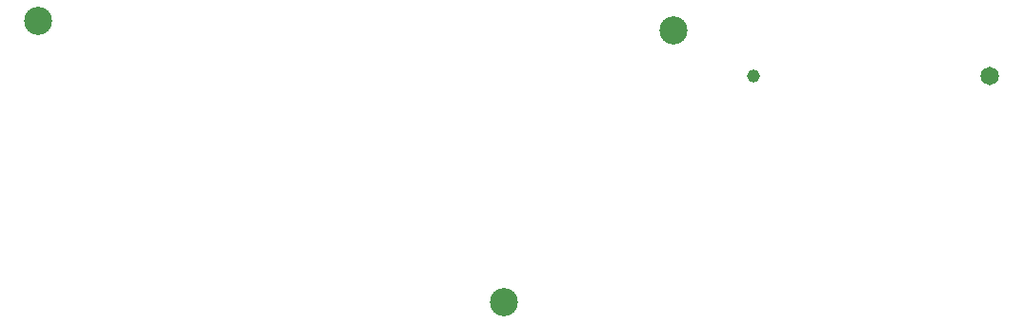
<source format=gbr>
%TF.GenerationSoftware,KiCad,Pcbnew,9.0.3*%
%TF.CreationDate,2025-09-14T19:53:45+05:30*%
%TF.ProjectId,ESP32 IOT,45535033-3220-4494-9f54-2e6b69636164,rev?*%
%TF.SameCoordinates,Original*%
%TF.FileFunction,NonPlated,1,4,NPTH,Drill*%
%TF.FilePolarity,Positive*%
%FSLAX46Y46*%
G04 Gerber Fmt 4.6, Leading zero omitted, Abs format (unit mm)*
G04 Created by KiCad (PCBNEW 9.0.3) date 2025-09-14 19:53:45*
%MOMM*%
%LPD*%
G01*
G04 APERTURE LIST*
%TA.AperFunction,ComponentDrill*%
%ADD10C,1.150000*%
%TD*%
%TA.AperFunction,ComponentDrill*%
%ADD11C,1.650000*%
%TD*%
%TA.AperFunction,ComponentDrill*%
%ADD12C,2.500000*%
%TD*%
G04 APERTURE END LIST*
D10*
%TO.C,J3*%
X190745000Y-96568600D03*
D11*
X211745000Y-96568600D03*
D12*
%TO.C,REF\u002A\u002A*%
X127152400Y-91641300D03*
X168503600Y-116687600D03*
X183591200Y-92506800D03*
M02*

</source>
